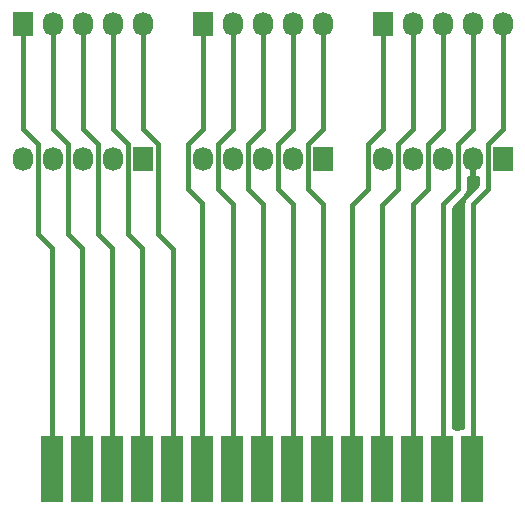
<source format=gbl>
%TF.GenerationSoftware,KiCad,Pcbnew,4.0.2+dfsg1-stable*%
%TF.CreationDate,2019-04-14T23:19:02+02:00*%
%TF.ProjectId,CART-Breakout,434152542D427265616B6F75742E6B69,rev?*%
%TF.FileFunction,Copper,L2,Bot,Signal*%
%FSLAX46Y46*%
G04 Gerber Fmt 4.6, Leading zero omitted, Abs format (unit mm)*
G04 Created by KiCad (PCBNEW 4.0.2+dfsg1-stable) date Sun 14 Apr 2019 23:19:02 CEST*
%MOMM*%
G01*
G04 APERTURE LIST*
%ADD10C,0.100000*%
%ADD11R,1.930400X5.588000*%
%ADD12R,1.727200X2.032000*%
%ADD13O,1.727200X2.032000*%
%ADD14C,0.400000*%
%ADD15C,0.254000*%
G04 APERTURE END LIST*
D10*
D11*
X168830000Y-115152000D03*
X166290000Y-115152000D03*
X163750000Y-115152000D03*
X161210000Y-115152000D03*
X158670000Y-115152000D03*
X156130000Y-115152000D03*
X153590000Y-115152000D03*
X151050000Y-115152000D03*
X148510000Y-115152000D03*
X145970000Y-115152000D03*
X143430000Y-115152000D03*
X140890000Y-115152000D03*
X138350000Y-115152000D03*
X135810000Y-115152000D03*
X133270000Y-115152000D03*
D12*
X161290000Y-77470000D03*
D13*
X163830000Y-77470000D03*
X166370000Y-77470000D03*
X168910000Y-77470000D03*
X171450000Y-77470000D03*
D12*
X146050000Y-77470000D03*
D13*
X148590000Y-77470000D03*
X151130000Y-77470000D03*
X153670000Y-77470000D03*
X156210000Y-77470000D03*
D12*
X130810000Y-77470000D03*
D13*
X133350000Y-77470000D03*
X135890000Y-77470000D03*
X138430000Y-77470000D03*
X140970000Y-77470000D03*
D12*
X140970000Y-88900000D03*
D13*
X138430000Y-88900000D03*
X135890000Y-88900000D03*
X133350000Y-88900000D03*
X130810000Y-88900000D03*
D12*
X156210000Y-88900000D03*
D13*
X153670000Y-88900000D03*
X151130000Y-88900000D03*
X148590000Y-88900000D03*
X146050000Y-88900000D03*
D12*
X171450000Y-88900000D03*
D13*
X168910000Y-88900000D03*
X166370000Y-88900000D03*
X163830000Y-88900000D03*
X161290000Y-88900000D03*
D14*
X171450000Y-77470000D02*
X171450000Y-86360000D01*
X168910000Y-92710000D02*
X168910000Y-115072000D01*
X170180000Y-91440000D02*
X168910000Y-92710000D01*
X170180000Y-87630000D02*
X170180000Y-91440000D01*
X171450000Y-86360000D02*
X170180000Y-87630000D01*
X168910000Y-115072000D02*
X168830000Y-115152000D01*
X168910000Y-77470000D02*
X168910000Y-86360000D01*
X166370000Y-92710000D02*
X166370000Y-115072000D01*
X167640000Y-91440000D02*
X166370000Y-92710000D01*
X167640000Y-87630000D02*
X167640000Y-91440000D01*
X168910000Y-86360000D02*
X167640000Y-87630000D01*
X166370000Y-115072000D02*
X166290000Y-115152000D01*
X166370000Y-77470000D02*
X166370000Y-86360000D01*
X163830000Y-92710000D02*
X163830000Y-115072000D01*
X165100000Y-91440000D02*
X163830000Y-92710000D01*
X165100000Y-87630000D02*
X165100000Y-91440000D01*
X166370000Y-86360000D02*
X165100000Y-87630000D01*
X163830000Y-115072000D02*
X163750000Y-115152000D01*
X163830000Y-77470000D02*
X163830000Y-86360000D01*
X161210000Y-92790000D02*
X161210000Y-115152000D01*
X162560000Y-91440000D02*
X161210000Y-92790000D01*
X162560000Y-87630000D02*
X162560000Y-91440000D01*
X163830000Y-86360000D02*
X162560000Y-87630000D01*
X161290000Y-77470000D02*
X161290000Y-86360000D01*
X158670000Y-92790000D02*
X158670000Y-115152000D01*
X160020000Y-91440000D02*
X158670000Y-92790000D01*
X160020000Y-87630000D02*
X160020000Y-91440000D01*
X161290000Y-86360000D02*
X160020000Y-87630000D01*
X156210000Y-77470000D02*
X156210000Y-86360000D01*
X156210000Y-92710000D02*
X156210000Y-115072000D01*
X154940000Y-91440000D02*
X156210000Y-92710000D01*
X154940000Y-87630000D02*
X154940000Y-91440000D01*
X156210000Y-86360000D02*
X154940000Y-87630000D01*
X156210000Y-115072000D02*
X156130000Y-115152000D01*
X135890000Y-77470000D02*
X135890000Y-86360000D01*
X138350000Y-96440000D02*
X138350000Y-115152000D01*
X137160000Y-95250000D02*
X138350000Y-96440000D01*
X137160000Y-87630000D02*
X137160000Y-95250000D01*
X135890000Y-86360000D02*
X137160000Y-87630000D01*
X153670000Y-77470000D02*
X153670000Y-86360000D01*
X153670000Y-92710000D02*
X153670000Y-115072000D01*
X152400000Y-91440000D02*
X153670000Y-92710000D01*
X152400000Y-87630000D02*
X152400000Y-91440000D01*
X153670000Y-86360000D02*
X152400000Y-87630000D01*
X153670000Y-115072000D02*
X153590000Y-115152000D01*
X151130000Y-77470000D02*
X151130000Y-86360000D01*
X151130000Y-92710000D02*
X151130000Y-115072000D01*
X149860000Y-91440000D02*
X151130000Y-92710000D01*
X149860000Y-87630000D02*
X149860000Y-91440000D01*
X151130000Y-86360000D02*
X149860000Y-87630000D01*
X151130000Y-115072000D02*
X151050000Y-115152000D01*
X148590000Y-77470000D02*
X148590000Y-86360000D01*
X148590000Y-92710000D02*
X148590000Y-115072000D01*
X147320000Y-91440000D02*
X148590000Y-92710000D01*
X147320000Y-87630000D02*
X147320000Y-91440000D01*
X148590000Y-86360000D02*
X147320000Y-87630000D01*
X148590000Y-115072000D02*
X148510000Y-115152000D01*
X146050000Y-77470000D02*
X146050000Y-86360000D01*
X145970000Y-92630000D02*
X145970000Y-115152000D01*
X144780000Y-91440000D02*
X145970000Y-92630000D01*
X144780000Y-87630000D02*
X144780000Y-91440000D01*
X146050000Y-86360000D02*
X144780000Y-87630000D01*
X140970000Y-77470000D02*
X140970000Y-86360000D01*
X143510000Y-96520000D02*
X143510000Y-115072000D01*
X142240000Y-95250000D02*
X143510000Y-96520000D01*
X142240000Y-87630000D02*
X142240000Y-95250000D01*
X140970000Y-86360000D02*
X142240000Y-87630000D01*
X143510000Y-115072000D02*
X143430000Y-115152000D01*
X138430000Y-77470000D02*
X138430000Y-86360000D01*
X140890000Y-96440000D02*
X140890000Y-115152000D01*
X139700000Y-95250000D02*
X140890000Y-96440000D01*
X139700000Y-87630000D02*
X139700000Y-95250000D01*
X138430000Y-86360000D02*
X139700000Y-87630000D01*
X133350000Y-77470000D02*
X133350000Y-86360000D01*
X135810000Y-96440000D02*
X135810000Y-115152000D01*
X134620000Y-95250000D02*
X135810000Y-96440000D01*
X134620000Y-87630000D02*
X134620000Y-95250000D01*
X133350000Y-86360000D02*
X134620000Y-87630000D01*
X130810000Y-77470000D02*
X130810000Y-86360000D01*
X133270000Y-96440000D02*
X133270000Y-115152000D01*
X132080000Y-95250000D02*
X133270000Y-96440000D01*
X132080000Y-87630000D02*
X132080000Y-95250000D01*
X130810000Y-86360000D02*
X132080000Y-87630000D01*
D15*
G36*
X169037000Y-88773000D02*
X169057000Y-88773000D01*
X169057000Y-89027000D01*
X169037000Y-89027000D01*
X169037000Y-90386217D01*
X169269026Y-90507358D01*
X169284791Y-90504709D01*
X169345000Y-90475706D01*
X169345000Y-91094132D01*
X168319566Y-92119566D01*
X168138561Y-92390459D01*
X168075000Y-92710000D01*
X168075000Y-111710560D01*
X167864800Y-111710560D01*
X167629483Y-111754838D01*
X167561378Y-111798662D01*
X167507090Y-111761569D01*
X167255200Y-111710560D01*
X167205000Y-111710560D01*
X167205000Y-93055868D01*
X168230434Y-92030434D01*
X168280837Y-91955000D01*
X168411439Y-91759541D01*
X168475000Y-91440000D01*
X168475000Y-90475706D01*
X168535209Y-90504709D01*
X168550974Y-90507358D01*
X168783000Y-90386217D01*
X168783000Y-89027000D01*
X168763000Y-89027000D01*
X168763000Y-88773000D01*
X168783000Y-88773000D01*
X168783000Y-88753000D01*
X169037000Y-88753000D01*
X169037000Y-88773000D01*
X169037000Y-88773000D01*
G37*
X169037000Y-88773000D02*
X169057000Y-88773000D01*
X169057000Y-89027000D01*
X169037000Y-89027000D01*
X169037000Y-90386217D01*
X169269026Y-90507358D01*
X169284791Y-90504709D01*
X169345000Y-90475706D01*
X169345000Y-91094132D01*
X168319566Y-92119566D01*
X168138561Y-92390459D01*
X168075000Y-92710000D01*
X168075000Y-111710560D01*
X167864800Y-111710560D01*
X167629483Y-111754838D01*
X167561378Y-111798662D01*
X167507090Y-111761569D01*
X167255200Y-111710560D01*
X167205000Y-111710560D01*
X167205000Y-93055868D01*
X168230434Y-92030434D01*
X168280837Y-91955000D01*
X168411439Y-91759541D01*
X168475000Y-91440000D01*
X168475000Y-90475706D01*
X168535209Y-90504709D01*
X168550974Y-90507358D01*
X168783000Y-90386217D01*
X168783000Y-89027000D01*
X168763000Y-89027000D01*
X168763000Y-88773000D01*
X168783000Y-88773000D01*
X168783000Y-88753000D01*
X169037000Y-88753000D01*
X169037000Y-88773000D01*
M02*

</source>
